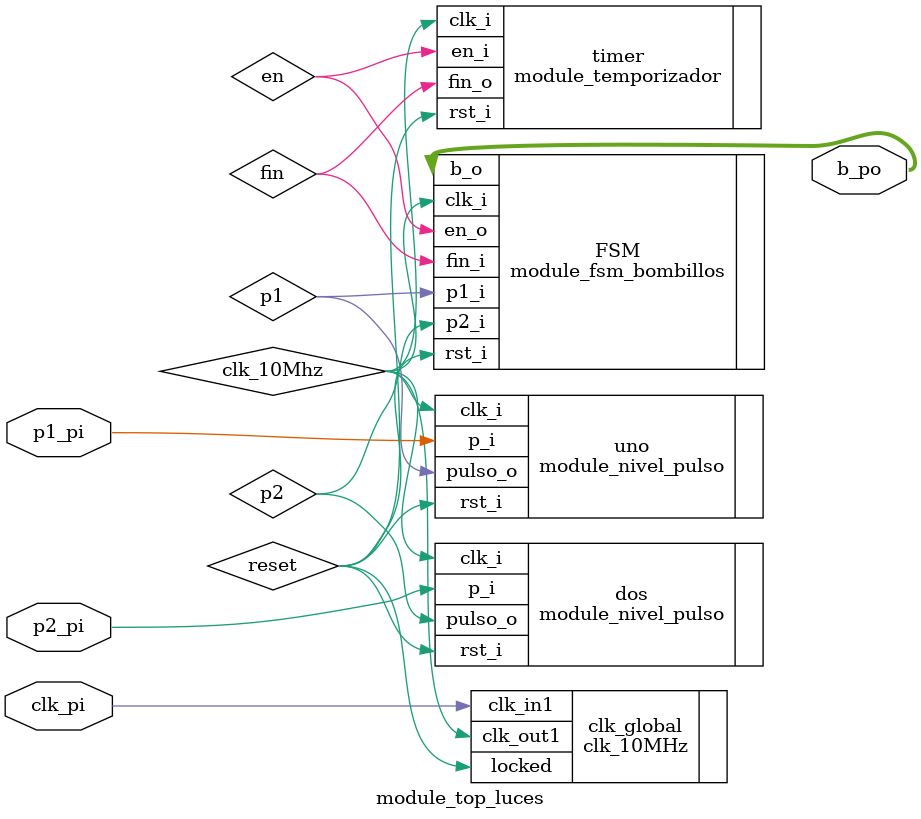
<source format=sv>
module module_top_luces(

    //entradas
    input logic p1_pi,
    input logic p2_pi,
    input logic clk_pi,

    //salidas 
    output logic [2 : 0] b_po
);

    logic clk_10Mhz;
    logic reset;
    logic p1;
    logic p2;
    logic en;
    logic fin;
  
 
    clk_10MHz clk_global(
      // Clock out ports
      .clk_out1(clk_10Mhz),
      // Status and control signals
      .locked (reset),
     // Clock in ports
      .clk_in1(clk_pi)
     );

    module_fsm_bombillos FSM(

        //entradas
        .clk_i (clk_10Mhz),
        .rst_i (reset),
        .p1_i  (p1),
        .p2_i  (p2),
        .fin_i (fin),
   
        //salidas 
        .en_o (en),
        .b_o(b_po)
    );
    
    module_nivel_pulso uno(

        //entradas
        .clk_i (clk_10Mhz),
        .rst_i (reset),
        .p_i   (p1_pi),
    
        //salidas 
        .pulso_o (p1)
     );
     
     module_nivel_pulso dos(

        //entradas
        .clk_i (clk_10Mhz),
        .rst_i (reset),
        .p_i   (p2_pi),
    
        //salidas 
        .pulso_o (p2)
     );
     
     module_temporizador timer(

        .clk_i (clk_10Mhz),
        .rst_i (reset),
        .en_i  (en),
        
        .fin_o (fin)
     );

endmodule
</source>
